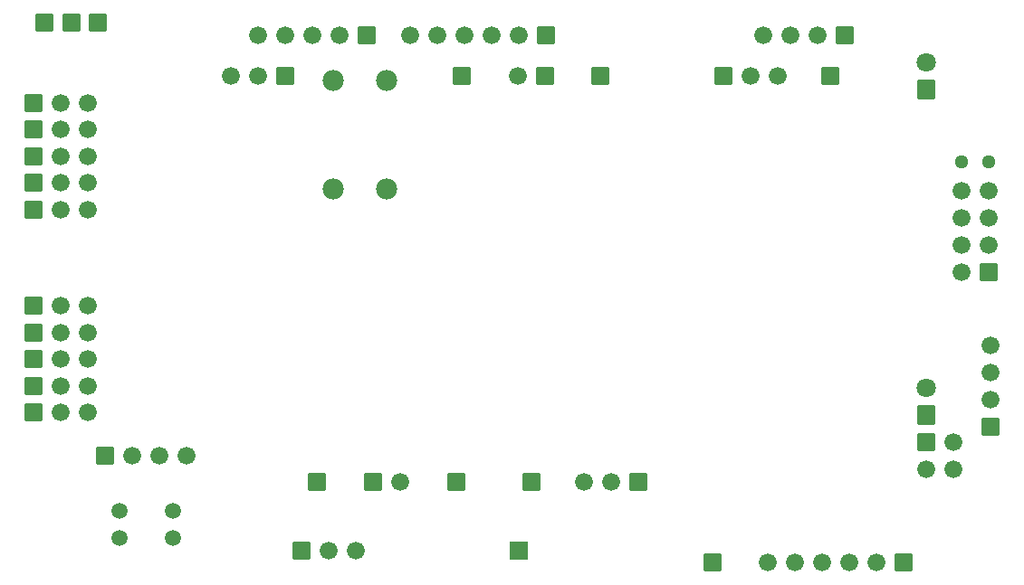
<source format=gts>
G04 Layer: TopSolderMaskLayer*
G04 EasyEDA v6.5.23, 2023-04-11 13:10:04*
G04 4efd93ceb8f34c36969e8f1cf74d4a79,5f8968b253fc4aed9fc2cb8881c97923,10*
G04 Gerber Generator version 0.2*
G04 Scale: 100 percent, Rotated: No, Reflected: No *
G04 Dimensions in inches *
G04 leading zeros omitted , absolute positions ,3 integer and 6 decimal *
%FSLAX36Y36*%
%MOIN*%

%AMMACRO1*1,1,$1,$2,$3*1,1,$1,$4,$5*1,1,$1,0-$2,0-$3*1,1,$1,0-$4,0-$5*20,1,$1,$2,$3,$4,$5,0*20,1,$1,$4,$5,0-$2,0-$3,0*20,1,$1,0-$2,0-$3,0-$4,0-$5,0*20,1,$1,0-$4,0-$5,$2,$3,0*4,1,4,$2,$3,$4,$5,0-$2,0-$3,0-$4,0-$5,$2,$3,0*%
%ADD10MACRO1,0.004X0.031X0.031X0.031X-0.031*%
%ADD11C,0.0510*%
%ADD12MACRO1,0.004X-0.031X0.031X0.031X0.031*%
%ADD13C,0.0660*%
%ADD14MACRO1,0.004X0.031X-0.031X-0.031X-0.031*%
%ADD15MACRO1,0.004X-0.031X-0.031X-0.031X0.031*%
%ADD16C,0.0591*%
%ADD17C,0.0780*%
%ADD18MACRO1,0.004X0.031X0.031X-0.031X0.031*%
%ADD19R,0.0660X0.0660*%
%ADD20MACRO1,0.004X-0.031X-0.031X0.031X-0.031*%
%ADD21MACRO1,0.004X0.031X-0.0335X0.031X0.0335*%
%ADD22C,0.0709*%

%LPD*%
D10*
G01*
X2244090Y354329D03*
G01*
X3346450Y1850389D03*
G01*
X2913380Y59055D03*
G01*
X649604Y2047239D03*
G01*
X1988184Y1850389D03*
G01*
X2499995Y1850389D03*
G01*
X551179Y2047239D03*
G01*
X1456690Y354329D03*
G01*
X452754Y2047239D03*
G01*
X1968499Y354329D03*
D11*
G01*
X3927950Y1535419D03*
G01*
X3827950Y1535419D03*
D12*
G01*
X676770Y452754D03*
D13*
G01*
X776769Y452750D03*
G01*
X876769Y452750D03*
G01*
X976769Y452750D03*
D14*
G01*
X1340154Y1850389D03*
D13*
G01*
X1240159Y1850390D03*
G01*
X1140159Y1850390D03*
D14*
G01*
X2639365Y354329D03*
D13*
G01*
X2539364Y354324D03*
G01*
X2439364Y354324D03*
D12*
G01*
X2951174Y1850389D03*
D13*
G01*
X3051180Y1850385D03*
G01*
X3151180Y1850385D03*
D10*
G01*
X1662594Y354329D03*
D13*
G01*
X1762595Y354324D03*
D15*
G01*
X2294090Y1850389D03*
D13*
G01*
X2194089Y1850390D03*
D15*
G01*
X3927944Y1129524D03*
D13*
G01*
X3827950Y1129520D03*
G01*
X3927950Y1229520D03*
G01*
X3827950Y1229520D03*
G01*
X3927950Y1329520D03*
G01*
X3827950Y1329520D03*
G01*
X3927950Y1429520D03*
G01*
X3827950Y1429520D03*
G01*
X611815Y1751954D03*
G01*
X511815Y1751954D03*
D12*
G01*
X411810Y1751965D03*
D13*
G01*
X611815Y1653535D03*
G01*
X511815Y1653535D03*
D12*
G01*
X411810Y1653540D03*
D13*
G01*
X611815Y1555104D03*
G01*
X511815Y1555104D03*
D12*
G01*
X411810Y1555115D03*
D13*
G01*
X611815Y1456685D03*
G01*
X511815Y1456685D03*
D12*
G01*
X411810Y1456689D03*
D13*
G01*
X611815Y1358254D03*
G01*
X511815Y1358254D03*
D12*
G01*
X411810Y1358265D03*
D13*
G01*
X611815Y1003930D03*
G01*
X511815Y1003930D03*
D12*
G01*
X411810Y1003935D03*
D13*
G01*
X611815Y905509D03*
G01*
X511815Y905509D03*
D12*
G01*
X411810Y905509D03*
D13*
G01*
X611815Y807080D03*
G01*
X511815Y807080D03*
D12*
G01*
X411810Y807084D03*
D13*
G01*
X611815Y708659D03*
G01*
X511815Y708659D03*
D12*
G01*
X411810Y708659D03*
D13*
G01*
X611815Y610230D03*
G01*
X511815Y610230D03*
D12*
G01*
X411810Y610235D03*
D13*
G01*
X3116139Y59050D03*
G01*
X3216139Y59050D03*
G01*
X3316139Y59050D03*
G01*
X3416139Y59050D03*
G01*
X3516139Y59050D03*
D14*
G01*
X3616134Y59055D03*
D15*
G01*
X3937000Y558659D03*
D13*
G01*
X3936999Y658659D03*
G01*
X3936999Y758659D03*
G01*
X3936999Y858659D03*
D16*
G01*
X728344Y246844D03*
G01*
X728344Y146844D03*
G01*
X925185Y146860D03*
G01*
X925185Y246860D03*
D17*
G01*
X1712595Y1433854D03*
G01*
X1712595Y1833854D03*
G01*
X1515744Y1433854D03*
G01*
X1515744Y1833854D03*
D13*
G01*
X1240000Y2000000D03*
G01*
X1340000Y2000000D03*
G01*
X1440000Y2000000D03*
G01*
X1540000Y2000000D03*
D18*
G01*
X1640000Y2000000D03*
D19*
G01*
X2200000Y100000D03*
D13*
G01*
X1600000Y100000D03*
G01*
X1500000Y100000D03*
D20*
G01*
X1400000Y100000D03*
D13*
G01*
X1800000Y2000000D03*
G01*
X1900000Y2000000D03*
G01*
X2000000Y2000000D03*
G01*
X2100000Y2000000D03*
G01*
X2200000Y2000000D03*
D18*
G01*
X2300000Y2000000D03*
D13*
G01*
X3200000Y2000000D03*
G01*
X3100000Y2000000D03*
G01*
X3300000Y2000000D03*
D18*
G01*
X3400000Y2000000D03*
D20*
G01*
X3700000Y500000D03*
D13*
G01*
X3700000Y400000D03*
G01*
X3800000Y500000D03*
G01*
X3800000Y400000D03*
D21*
G01*
X3700000Y1800000D03*
D22*
G01*
X3700000Y1900000D03*
D21*
G01*
X3700000Y600000D03*
D22*
G01*
X3700000Y700000D03*
M02*

</source>
